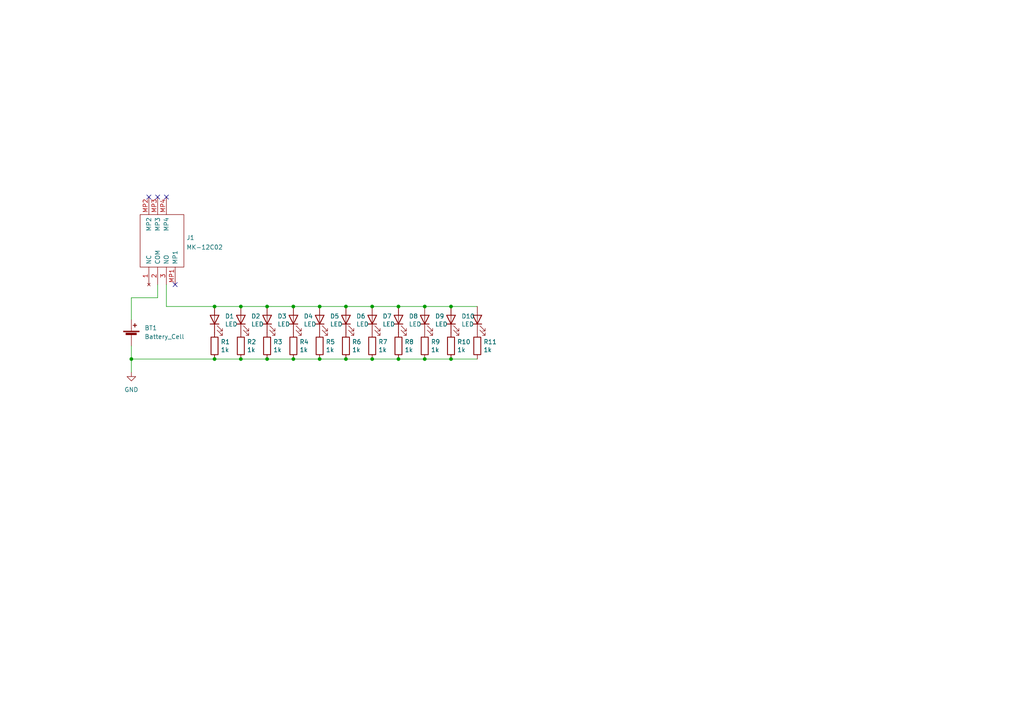
<source format=kicad_sch>
(kicad_sch (version 20230121) (generator eeschema)
  (paper "A4")
  (lib_symbols
    (symbol "Device:Battery_Cell" (pin_numbers hide) (pin_names (offset 0) hide)
      (property "Reference" "BT" (at 2.54 2.54 0))
      (property "Value" "Battery_Cell" (at 2.54 0 0))
      (symbol "Battery_Cell_0_1"
        (rectangle (start -2.286 1.778) (end 2.286 1.524) (fill (type outline)))
        (rectangle (start -1.5748 1.1938) (end 1.4732 0.6858) (fill (type outline)))
        (polyline (pts (xy 0 0.762) (xy 0 0)))
        (polyline (pts (xy 0 1.778) (xy 0 2.54)))
        (polyline (pts (xy 0.508 3.429) (xy 1.524 3.429)) (stroke (width 0.254)))
        (polyline (pts (xy 1.016 3.937) (xy 1.016 2.921)) (stroke (width 0.254)))
      )
      (symbol "Battery_Cell_1_1"
        (pin passive line (at 0 5.08 270) (length 2.54) (name "+") (number "1"))
        (pin passive line (at 0 -2.54 90) (length 2.54) (name "-") (number "2"))
      )
    )
    (symbol "Device:LED" (pin_numbers hide) (pin_names (offset 1.016) hide)
      (property "Reference" "D" (at 0 2.54 0))
      (property "Value" "LED" (at 0 -2.54 0))
      (symbol "LED_0_1"
        (polyline (pts (xy -1.27 -1.27) (xy -1.27 1.27)) (stroke (width 0.254)))
        (polyline (pts (xy -1.27 0) (xy 1.27 0)))
        (polyline (pts (xy 1.27 -1.27) (xy 1.27 1.27) (xy -1.27 0) (xy 1.27 -1.27)) (stroke (width 0.254)))
        (polyline (pts (xy -3.048 -0.762) (xy -4.572 -2.286) (xy -3.81 -2.286) (xy -4.572 -2.286) (xy -4.572 -1.524)))
        (polyline (pts (xy -1.778 -0.762) (xy -3.302 -2.286) (xy -2.54 -2.286) (xy -3.302 -2.286) (xy -3.302 -1.524)))
      )
      (symbol "LED_1_1"
        (pin passive line (at -3.81 0 0) (length 2.54) (name "K") (number "1"))
        (pin passive line (at 3.81 0 180) (length 2.54) (name "A") (number "2"))
      )
    )
    (symbol "Device:R" (pin_numbers hide) (pin_names (offset 0))
      (property "Reference" "R" (at 2.032 0 90))
      (property "Value" "R" (at 0 0 90))
      (symbol "R_0_1"
        (rectangle (start -1.016 -2.54) (end 1.016 2.54) (stroke (width 0.254)))
      )
      (symbol "R_1_1"
        (pin passive line (at 0 3.81 270) (length 1.27) (name "~") (number "1"))
        (pin passive line (at 0 -3.81 90) (length 1.27) (name "~") (number "2"))
      )
    )
    (symbol "MK-12C02:MK-12C02" (pin_names (offset 0.762))
      (property "Reference" "J" (at 21.59 7.62 0))
      (property "Value" "MK-12C02" (at 21.59 5.08 0))
      (symbol "MK-12C02_0_0"
        (pin no_connect line (at 0 0 0) (length 5.08) (name "NC") (number "1"))
        (pin passive line (at 0 -2.54 0) (length 5.08) (name "COM") (number "2"))
        (pin passive line (at 0 -5.08 0) (length 5.08) (name "NO") (number "3"))
        (pin passive line (at 0 -7.62 0) (length 5.08) (name "MP1") (number "MP1"))
        (pin passive line (at 25.4 0 180) (length 5.08) (name "MP2") (number "MP2"))
        (pin passive line (at 25.4 -2.54 180) (length 5.08) (name "MP3") (number "MP3"))
        (pin passive line (at 25.4 -5.08 180) (length 5.08) (name "MP4") (number "MP4"))
      )
      (symbol "MK-12C02_0_1"
        (polyline (pts (xy 5.08 2.54) (xy 20.32 2.54) (xy 20.32 -10.16) (xy 5.08 -10.16) (xy 5.08 2.54)) (stroke (width 0.1524)))
      )
    )
    (symbol "power:GND" (power) (pin_names (offset 0))
      (property "Value" "GND" (at 0 -3.81 0))
      (symbol "GND_0_1"
        (polyline (pts (xy 0 0) (xy 0 -1.27) (xy 1.27 -1.27) (xy 0 -2.54) (xy -1.27 -1.27) (xy 0 -1.27)))
      )
      (symbol "GND_1_1"
        (pin power_in line (at 0 0 270) (length 0) hide (name "GND") (number "1"))
      )
    )
  )
  (junction (at 100.33 104.14))
  (junction (at 115.57 104.14))
  (junction (at 130.81 104.14))
  (junction (at 77.47 104.14))
  (junction (at 107.95 88.9))
  (junction (at 115.57 88.9))
  (junction (at 92.71 104.14))
  (junction (at 69.85 104.14))
  (junction (at 77.47 88.9))
  (junction (at 100.33 88.9))
  (junction (at 62.23 104.14))
  (junction (at 38.1 104.14))
  (junction (at 123.19 88.9))
  (junction (at 107.95 104.14))
  (junction (at 85.09 88.9))
  (junction (at 92.71 88.9))
  (junction (at 69.85 88.9))
  (junction (at 62.23 88.9))
  (junction (at 130.81 88.9))
  (junction (at 85.09 104.14))
  (junction (at 123.19 104.14))
  (no_connect (at 43.18 57.15))
  (no_connect (at 50.8 82.55))
  (no_connect (at 48.26 57.15))
  (no_connect (at 45.72 57.15))
  (wire (pts (xy 123.19 104.14) (xy 115.57 104.14)))
  (wire (pts (xy 92.71 104.14) (xy 85.09 104.14)))
  (wire (pts (xy 115.57 104.14) (xy 107.95 104.14)))
  (wire (pts (xy 38.1 86.36) (xy 38.1 92.71)))
  (wire (pts (xy 69.85 104.14) (xy 62.23 104.14)))
  (wire (pts (xy 48.26 82.55) (xy 48.26 88.9)))
  (wire (pts (xy 45.72 82.55) (xy 45.72 86.36)))
  (wire (pts (xy 85.09 88.9) (xy 92.71 88.9)))
  (wire (pts (xy 38.1 104.14) (xy 62.23 104.14)))
  (wire (pts (xy 100.33 88.9) (xy 107.95 88.9)))
  (wire (pts (xy 92.71 88.9) (xy 100.33 88.9)))
  (wire (pts (xy 45.72 86.36) (xy 38.1 86.36)))
  (wire (pts (xy 77.47 88.9) (xy 85.09 88.9)))
  (wire (pts (xy 48.26 88.9) (xy 62.23 88.9)))
  (wire (pts (xy 62.23 88.9) (xy 69.85 88.9)))
  (wire (pts (xy 130.81 88.9) (xy 138.43 88.9)))
  (wire (pts (xy 69.85 88.9) (xy 77.47 88.9)))
  (wire (pts (xy 38.1 107.95) (xy 38.1 104.14)))
  (wire (pts (xy 85.09 104.14) (xy 77.47 104.14)))
  (wire (pts (xy 107.95 104.14) (xy 100.33 104.14)))
  (wire (pts (xy 38.1 100.33) (xy 38.1 104.14)))
  (wire (pts (xy 138.43 104.14) (xy 130.81 104.14)))
  (wire (pts (xy 115.57 88.9) (xy 123.19 88.9)))
  (wire (pts (xy 107.95 88.9) (xy 115.57 88.9)))
  (wire (pts (xy 123.19 88.9) (xy 130.81 88.9)))
  (wire (pts (xy 100.33 104.14) (xy 92.71 104.14)))
  (wire (pts (xy 130.81 104.14) (xy 123.19 104.14)))
  (wire (pts (xy 77.47 104.14) (xy 69.85 104.14)))
  (symbol (lib_id "Device:LED") (at 62.23 92.71 90) (unit 1)
    (property "Reference" "D1" (at 65.2272 91.7194 90) (effects (justify right)))
    (property "Value" "LED" (at 65.2272 94.0308 90) (effects (justify right)))
    (property "Footprint" "LED_SMD:LED_0805_2012Metric_Pad1.15x1.40mm_HandSolder" (effects hide))
  )
  (symbol (lib_id "Device:LED") (at 69.85 92.71 90) (unit 1)
    (property "Reference" "D2" (at 72.8472 91.7194 90) (effects (justify right)))
    (property "Value" "LED" (at 72.8472 94.0308 90) (effects (justify right)))
    (property "Footprint" "LED_SMD:LED_0805_2012Metric_Pad1.15x1.40mm_HandSolder" (effects hide))
  )
  (symbol (lib_id "Device:LED") (at 77.47 92.71 90) (unit 1)
    (property "Reference" "D3" (at 80.4672 91.7194 90) (effects (justify right)))
    (property "Value" "LED" (at 80.4672 94.0308 90) (effects (justify right)))
    (property "Footprint" "LED_SMD:LED_0805_2012Metric_Pad1.15x1.40mm_HandSolder" (effects hide))
  )
  (symbol (lib_id "Device:LED") (at 85.09 92.71 90) (unit 1)
    (property "Reference" "D4" (at 88.0872 91.7194 90) (effects (justify right)))
    (property "Value" "LED" (at 88.0872 94.0308 90) (effects (justify right)))
    (property "Footprint" "LED_SMD:LED_0805_2012Metric_Pad1.15x1.40mm_HandSolder" (effects hide))
  )
  (symbol (lib_id "Device:LED") (at 92.71 92.71 90) (unit 1)
    (property "Reference" "D5" (at 95.7072 91.7194 90) (effects (justify right)))
    (property "Value" "LED" (at 95.7072 94.0308 90) (effects (justify right)))
    (property "Footprint" "LED_SMD:LED_0805_2012Metric_Pad1.15x1.40mm_HandSolder" (effects hide))
  )
  (symbol (lib_id "Device:LED") (at 100.33 92.71 90) (unit 1)
    (property "Reference" "D6" (at 103.3272 91.7194 90) (effects (justify right)))
    (property "Value" "LED" (at 103.3272 94.0308 90) (effects (justify right)))
    (property "Footprint" "LED_SMD:LED_0805_2012Metric_Pad1.15x1.40mm_HandSolder" (effects hide))
  )
  (symbol (lib_id "Device:LED") (at 107.95 92.71 90) (unit 1)
    (property "Reference" "D7" (at 110.9472 91.7194 90) (effects (justify right)))
    (property "Value" "LED" (at 110.9472 94.0308 90) (effects (justify right)))
    (property "Footprint" "LED_SMD:LED_0805_2012Metric_Pad1.15x1.40mm_HandSolder" (effects hide))
  )
  (symbol (lib_id "Device:LED") (at 115.57 92.71 90) (unit 1)
    (property "Reference" "D8" (at 118.5672 91.7194 90) (effects (justify right)))
    (property "Value" "LED" (at 118.5672 94.0308 90) (effects (justify right)))
    (property "Footprint" "LED_SMD:LED_0805_2012Metric_Pad1.15x1.40mm_HandSolder" (effects hide))
  )
  (symbol (lib_id "Device:LED") (at 123.19 92.71 90) (unit 1)
    (property "Reference" "D9" (at 126.1872 91.7194 90) (effects (justify right)))
    (property "Value" "LED" (at 126.1872 94.0308 90) (effects (justify right)))
    (property "Footprint" "LED_SMD:LED_0805_2012Metric_Pad1.15x1.40mm_HandSolder" (effects hide))
  )
  (symbol (lib_id "Device:LED") (at 130.81 92.71 90) (unit 1)
    (property "Reference" "D10" (at 133.8072 91.7194 90) (effects (justify right)))
    (property "Value" "LED" (at 133.8072 94.0308 90) (effects (justify right)))
    (property "Footprint" "LED_SMD:LED_0805_2012Metric_Pad1.15x1.40mm_HandSolder" (effects hide))
  )
  (symbol (lib_id "Device:LED") (at 138.43 92.71 90) (unit 1)
    (property "Reference" "D11" (effects hide))
    (property "Value" "LED" (effects hide))
    (property "Footprint" "LED_SMD:LED_0805_2012Metric_Pad1.15x1.40mm_HandSolder" (effects hide))
  )
  (symbol (lib_id "Device:R") (at 62.23 100.33 0) (unit 1)
    (property "Reference" "R1" (at 64.008 99.1616 0) (effects (justify left)))
    (property "Value" "1k" (at 64.008 101.473 0) (effects (justify left)))
    (property "Footprint" "Resistor_SMD:R_0805_2012Metric_Pad1.20x1.40mm_HandSolder" (effects hide))
  )
  (symbol (lib_id "Device:R") (at 69.85 100.33 0) (unit 1)
    (property "Reference" "R2" (at 71.628 99.1616 0) (effects (justify left)))
    (property "Value" "1k" (at 71.628 101.473 0) (effects (justify left)))
    (property "Footprint" "Resistor_SMD:R_0805_2012Metric_Pad1.20x1.40mm_HandSolder" (effects hide))
  )
  (symbol (lib_id "Device:R") (at 77.47 100.33 0) (unit 1)
    (property "Reference" "R3" (at 79.248 99.1616 0) (effects (justify left)))
    (property "Value" "1k" (at 79.248 101.473 0) (effects (justify left)))
    (property "Footprint" "Resistor_SMD:R_0805_2012Metric_Pad1.20x1.40mm_HandSolder" (effects hide))
  )
  (symbol (lib_id "Device:R") (at 85.09 100.33 0) (unit 1)
    (property "Reference" "R4" (at 86.868 99.1616 0) (effects (justify left)))
    (property "Value" "1k" (at 86.868 101.473 0) (effects (justify left)))
    (property "Footprint" "Resistor_SMD:R_0805_2012Metric_Pad1.20x1.40mm_HandSolder" (effects hide))
  )
  (symbol (lib_id "Device:R") (at 92.71 100.33 0) (unit 1)
    (property "Reference" "R5" (at 94.488 99.1616 0) (effects (justify left)))
    (property "Value" "1k" (at 94.488 101.473 0) (effects (justify left)))
    (property "Footprint" "Resistor_SMD:R_0805_2012Metric_Pad1.20x1.40mm_HandSolder" (effects hide))
  )
  (symbol (lib_id "Device:R") (at 100.33 100.33 0) (unit 1)
    (property "Reference" "R6" (at 102.108 99.1616 0) (effects (justify left)))
    (property "Value" "1k" (at 102.108 101.473 0) (effects (justify left)))
    (property "Footprint" "Resistor_SMD:R_0805_2012Metric_Pad1.20x1.40mm_HandSolder" (effects hide))
  )
  (symbol (lib_id "Device:R") (at 107.95 100.33 0) (unit 1)
    (property "Reference" "R7" (at 109.728 99.1616 0) (effects (justify left)))
    (property "Value" "1k" (at 109.728 101.473 0) (effects (justify left)))
    (property "Footprint" "Resistor_SMD:R_0805_2012Metric_Pad1.20x1.40mm_HandSolder" (effects hide))
  )
  (symbol (lib_id "Device:R") (at 115.57 100.33 0) (unit 1)
    (property "Reference" "R8" (at 117.348 99.1616 0) (effects (justify left)))
    (property "Value" "1k" (at 117.348 101.473 0) (effects (justify left)))
    (property "Footprint" "Resistor_SMD:R_0805_2012Metric_Pad1.20x1.40mm_HandSolder" (effects hide))
  )
  (symbol (lib_id "Device:R") (at 123.19 100.33 0) (unit 1)
    (property "Reference" "R9" (at 124.968 99.1616 0) (effects (justify left)))
    (property "Value" "1k" (at 124.968 101.473 0) (effects (justify left)))
    (property "Footprint" "Resistor_SMD:R_0805_2012Metric_Pad1.20x1.40mm_HandSolder" (effects hide))
  )
  (symbol (lib_id "Device:R") (at 130.81 100.33 0) (unit 1)
    (property "Reference" "R10" (at 132.588 99.1616 0) (effects (justify left)))
    (property "Value" "1k" (at 132.588 101.473 0) (effects (justify left)))
    (property "Footprint" "Resistor_SMD:R_0805_2012Metric_Pad1.20x1.40mm_HandSolder" (effects hide))
  )
  (symbol (lib_id "Device:R") (at 138.43 100.33 0) (unit 1)
    (property "Reference" "R11" (at 140.208 99.1616 0) (effects (justify left)))
    (property "Value" "1k" (at 140.208 101.473 0) (effects (justify left)))
    (property "Footprint" "Resistor_SMD:R_0805_2012Metric_Pad1.20x1.40mm_HandSolder" (effects hide))
  )
  (symbol (lib_id "power:GND") (at 38.1 107.95 0) (unit 1)
    (property "Reference" "#PWR01" (effects hide))
    (property "Value" "GND" (at 38.1 113.03 0))
  )
  (symbol (lib_id "Device:Battery_Cell") (at 38.1 97.79 0) (unit 1)
    (property "Reference" "BT1" (at 41.91 95.123 0) (effects (justify left)))
    (property "Value" "Battery_Cell" (at 41.91 97.663 0) (effects (justify left)))
    (property "Footprint" "Battery:BatteryHolder_LINX_BAT-HLD-012-SMT" (effects hide))
  )
  (symbol (lib_id "MK-12C02:MK-12C02") (at 43.18 82.55 90) (unit 1)
    (property "Reference" "J1" (at 54.0512 68.9415 90) (effects (justify right)))
    (property "Value" "MK-12C02" (at 54.0512 71.7166 90) (effects (justify right)))
    (property "Footprint" "user-footprints:MK12C02" (effects hide))
    (property "Datasheet" "https://statics3.seeedstudio.com/images/opl/datasheet/311030001.pdf" (effects hide))
    (property "Description" "connector" (effects hide))
    (property "Height" "3.3" (effects hide))
    (property "Manufacturer_Name" "XIEJIA ELECTRONICS" (effects hide))
    (property "Manufacturer_Part_Number" "MK-12C02" (effects hide))
  )
)
</source>
